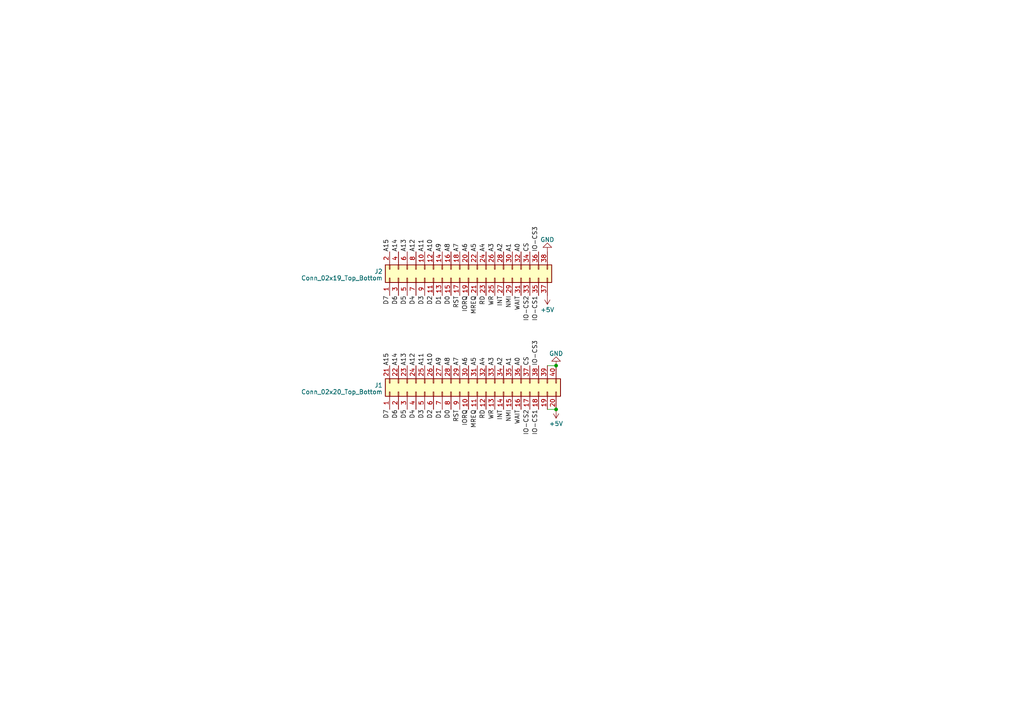
<source format=kicad_sch>
(kicad_sch (version 20230121) (generator eeschema)
  (paper "A4")
  (lib_symbols
    (symbol "Connector_Generic:Conn_02x19_Odd_Even" (pin_names (offset 1.016) hide)
      (property "Reference" "J" (at 1.27 25.4 0))
      (property "Value" "Conn_02x19_Odd_Even" (at 1.27 -25.4 0))
      (symbol "Conn_02x19_Odd_Even_1_1"
        (rectangle (start -1.27 -22.733) (end 0 -22.987) (stroke (width 0.1524)))
        (rectangle (start -1.27 -20.193) (end 0 -20.447) (stroke (width 0.1524)))
        (rectangle (start -1.27 -17.653) (end 0 -17.907) (stroke (width 0.1524)))
        (rectangle (start -1.27 -15.113) (end 0 -15.367) (stroke (width 0.1524)))
        (rectangle (start -1.27 -12.573) (end 0 -12.827) (stroke (width 0.1524)))
        (rectangle (start -1.27 -10.033) (end 0 -10.287) (stroke (width 0.1524)))
        (rectangle (start -1.27 -7.493) (end 0 -7.747) (stroke (width 0.1524)))
        (rectangle (start -1.27 -4.953) (end 0 -5.207) (stroke (width 0.1524)))
        (rectangle (start -1.27 -2.413) (end 0 -2.667) (stroke (width 0.1524)))
        (rectangle (start -1.27 0.127) (end 0 -0.127) (stroke (width 0.1524)))
        (rectangle (start -1.27 2.667) (end 0 2.413) (stroke (width 0.1524)))
        (rectangle (start -1.27 5.207) (end 0 4.953) (stroke (width 0.1524)))
        (rectangle (start -1.27 7.747) (end 0 7.493) (stroke (width 0.1524)))
        (rectangle (start -1.27 10.287) (end 0 10.033) (stroke (width 0.1524)))
        (rectangle (start -1.27 12.827) (end 0 12.573) (stroke (width 0.1524)))
        (rectangle (start -1.27 15.367) (end 0 15.113) (stroke (width 0.1524)))
        (rectangle (start -1.27 17.907) (end 0 17.653) (stroke (width 0.1524)))
        (rectangle (start -1.27 20.447) (end 0 20.193) (stroke (width 0.1524)))
        (rectangle (start -1.27 22.987) (end 0 22.733) (stroke (width 0.1524)))
        (rectangle (start -1.27 24.13) (end 3.81 -24.13) (stroke (width 0.254)) (fill (type background)))
        (rectangle (start 3.81 -22.733) (end 2.54 -22.987) (stroke (width 0.1524)))
        (rectangle (start 3.81 -20.193) (end 2.54 -20.447) (stroke (width 0.1524)))
        (rectangle (start 3.81 -17.653) (end 2.54 -17.907) (stroke (width 0.1524)))
        (rectangle (start 3.81 -15.113) (end 2.54 -15.367) (stroke (width 0.1524)))
        (rectangle (start 3.81 -12.573) (end 2.54 -12.827) (stroke (width 0.1524)))
        (rectangle (start 3.81 -10.033) (end 2.54 -10.287) (stroke (width 0.1524)))
        (rectangle (start 3.81 -7.493) (end 2.54 -7.747) (stroke (width 0.1524)))
        (rectangle (start 3.81 -4.953) (end 2.54 -5.207) (stroke (width 0.1524)))
        (rectangle (start 3.81 -2.413) (end 2.54 -2.667) (stroke (width 0.1524)))
        (rectangle (start 3.81 0.127) (end 2.54 -0.127) (stroke (width 0.1524)))
        (rectangle (start 3.81 2.667) (end 2.54 2.413) (stroke (width 0.1524)))
        (rectangle (start 3.81 5.207) (end 2.54 4.953) (stroke (width 0.1524)))
        (rectangle (start 3.81 7.747) (end 2.54 7.493) (stroke (width 0.1524)))
        (rectangle (start 3.81 10.287) (end 2.54 10.033) (stroke (width 0.1524)))
        (rectangle (start 3.81 12.827) (end 2.54 12.573) (stroke (width 0.1524)))
        (rectangle (start 3.81 15.367) (end 2.54 15.113) (stroke (width 0.1524)))
        (rectangle (start 3.81 17.907) (end 2.54 17.653) (stroke (width 0.1524)))
        (rectangle (start 3.81 20.447) (end 2.54 20.193) (stroke (width 0.1524)))
        (rectangle (start 3.81 22.987) (end 2.54 22.733) (stroke (width 0.1524)))
        (pin passive line (at -5.08 22.86 0) (length 3.81) (name "Pin_1") (number "1"))
        (pin passive line (at 7.62 12.7 180) (length 3.81) (name "Pin_10") (number "10"))
        (pin passive line (at -5.08 10.16 0) (length 3.81) (name "Pin_11") (number "11"))
        (pin passive line (at 7.62 10.16 180) (length 3.81) (name "Pin_12") (number "12"))
        (pin passive line (at -5.08 7.62 0) (length 3.81) (name "Pin_13") (number "13"))
        (pin passive line (at 7.62 7.62 180) (length 3.81) (name "Pin_14") (number "14"))
        (pin passive line (at -5.08 5.08 0) (length 3.81) (name "Pin_15") (number "15"))
        (pin passive line (at 7.62 5.08 180) (length 3.81) (name "Pin_16") (number "16"))
        (pin passive line (at -5.08 2.54 0) (length 3.81) (name "Pin_17") (number "17"))
        (pin passive line (at 7.62 2.54 180) (length 3.81) (name "Pin_18") (number "18"))
        (pin passive line (at -5.08 0 0) (length 3.81) (name "Pin_19") (number "19"))
        (pin passive line (at 7.62 22.86 180) (length 3.81) (name "Pin_2") (number "2"))
        (pin passive line (at 7.62 0 180) (length 3.81) (name "Pin_20") (number "20"))
        (pin passive line (at -5.08 -2.54 0) (length 3.81) (name "Pin_21") (number "21"))
        (pin passive line (at 7.62 -2.54 180) (length 3.81) (name "Pin_22") (number "22"))
        (pin passive line (at -5.08 -5.08 0) (length 3.81) (name "Pin_23") (number "23"))
        (pin passive line (at 7.62 -5.08 180) (length 3.81) (name "Pin_24") (number "24"))
        (pin passive line (at -5.08 -7.62 0) (length 3.81) (name "Pin_25") (number "25"))
        (pin passive line (at 7.62 -7.62 180) (length 3.81) (name "Pin_26") (number "26"))
        (pin passive line (at -5.08 -10.16 0) (length 3.81) (name "Pin_27") (number "27"))
        (pin passive line (at 7.62 -10.16 180) (length 3.81) (name "Pin_28") (number "28"))
        (pin passive line (at -5.08 -12.7 0) (length 3.81) (name "Pin_29") (number "29"))
        (pin passive line (at -5.08 20.32 0) (length 3.81) (name "Pin_3") (number "3"))
        (pin passive line (at 7.62 -12.7 180) (length 3.81) (name "Pin_30") (number "30"))
        (pin passive line (at -5.08 -15.24 0) (length 3.81) (name "Pin_31") (number "31"))
        (pin passive line (at 7.62 -15.24 180) (length 3.81) (name "Pin_32") (number "32"))
        (pin passive line (at -5.08 -17.78 0) (length 3.81) (name "Pin_33") (number "33"))
        (pin passive line (at 7.62 -17.78 180) (length 3.81) (name "Pin_34") (number "34"))
        (pin passive line (at -5.08 -20.32 0) (length 3.81) (name "Pin_35") (number "35"))
        (pin passive line (at 7.62 -20.32 180) (length 3.81) (name "Pin_36") (number "36"))
        (pin passive line (at -5.08 -22.86 0) (length 3.81) (name "Pin_37") (number "37"))
        (pin passive line (at 7.62 -22.86 180) (length 3.81) (name "Pin_38") (number "38"))
        (pin passive line (at 7.62 20.32 180) (length 3.81) (name "Pin_4") (number "4"))
        (pin passive line (at -5.08 17.78 0) (length 3.81) (name "Pin_5") (number "5"))
        (pin passive line (at 7.62 17.78 180) (length 3.81) (name "Pin_6") (number "6"))
        (pin passive line (at -5.08 15.24 0) (length 3.81) (name "Pin_7") (number "7"))
        (pin passive line (at 7.62 15.24 180) (length 3.81) (name "Pin_8") (number "8"))
        (pin passive line (at -5.08 12.7 0) (length 3.81) (name "Pin_9") (number "9"))
      )
    )
    (symbol "Connector_Generic:Conn_02x20_Top_Bottom" (pin_names (offset 1.016) hide)
      (property "Reference" "J" (at 1.27 25.4 0))
      (property "Value" "Conn_02x20_Top_Bottom" (at 1.27 -27.94 0))
      (symbol "Conn_02x20_Top_Bottom_1_1"
        (rectangle (start -1.27 -25.273) (end 0 -25.527) (stroke (width 0.1524)))
        (rectangle (start -1.27 -22.733) (end 0 -22.987) (stroke (width 0.1524)))
        (rectangle (start -1.27 -20.193) (end 0 -20.447) (stroke (width 0.1524)))
        (rectangle (start -1.27 -17.653) (end 0 -17.907) (stroke (width 0.1524)))
        (rectangle (start -1.27 -15.113) (end 0 -15.367) (stroke (width 0.1524)))
        (rectangle (start -1.27 -12.573) (end 0 -12.827) (stroke (width 0.1524)))
        (rectangle (start -1.27 -10.033) (end 0 -10.287) (stroke (width 0.1524)))
        (rectangle (start -1.27 -7.493) (end 0 -7.747) (stroke (width 0.1524)))
        (rectangle (start -1.27 -4.953) (end 0 -5.207) (stroke (width 0.1524)))
        (rectangle (start -1.27 -2.413) (end 0 -2.667) (stroke (width 0.1524)))
        (rectangle (start -1.27 0.127) (end 0 -0.127) (stroke (width 0.1524)))
        (rectangle (start -1.27 2.667) (end 0 2.413) (stroke (width 0.1524)))
        (rectangle (start -1.27 5.207) (end 0 4.953) (stroke (width 0.1524)))
        (rectangle (start -1.27 7.747) (end 0 7.493) (stroke (width 0.1524)))
        (rectangle (start -1.27 10.287) (end 0 10.033) (stroke (width 0.1524)))
        (rectangle (start -1.27 12.827) (end 0 12.573) (stroke (width 0.1524)))
        (rectangle (start -1.27 15.367) (end 0 15.113) (stroke (width 0.1524)))
        (rectangle (start -1.27 17.907) (end 0 17.653) (stroke (width 0.1524)))
        (rectangle (start -1.27 20.447) (end 0 20.193) (stroke (width 0.1524)))
        (rectangle (start -1.27 22.987) (end 0 22.733) (stroke (width 0.1524)))
        (rectangle (start -1.27 24.13) (end 3.81 -26.67) (stroke (width 0.254)) (fill (type background)))
        (rectangle (start 3.81 -25.273) (end 2.54 -25.527) (stroke (width 0.1524)))
        (rectangle (start 3.81 -22.733) (end 2.54 -22.987) (stroke (width 0.1524)))
        (rectangle (start 3.81 -20.193) (end 2.54 -20.447) (stroke (width 0.1524)))
        (rectangle (start 3.81 -17.653) (end 2.54 -17.907) (stroke (width 0.1524)))
        (rectangle (start 3.81 -15.113) (end 2.54 -15.367) (stroke (width 0.1524)))
        (rectangle (start 3.81 -12.573) (end 2.54 -12.827) (stroke (width 0.1524)))
        (rectangle (start 3.81 -10.033) (end 2.54 -10.287) (stroke (width 0.1524)))
        (rectangle (start 3.81 -7.493) (end 2.54 -7.747) (stroke (width 0.1524)))
        (rectangle (start 3.81 -4.953) (end 2.54 -5.207) (stroke (width 0.1524)))
        (rectangle (start 3.81 -2.413) (end 2.54 -2.667) (stroke (width 0.1524)))
        (rectangle (start 3.81 0.127) (end 2.54 -0.127) (stroke (width 0.1524)))
        (rectangle (start 3.81 2.667) (end 2.54 2.413) (stroke (width 0.1524)))
        (rectangle (start 3.81 5.207) (end 2.54 4.953) (stroke (width 0.1524)))
        (rectangle (start 3.81 7.747) (end 2.54 7.493) (stroke (width 0.1524)))
        (rectangle (start 3.81 10.287) (end 2.54 10.033) (stroke (width 0.1524)))
        (rectangle (start 3.81 12.827) (end 2.54 12.573) (stroke (width 0.1524)))
        (rectangle (start 3.81 15.367) (end 2.54 15.113) (stroke (width 0.1524)))
        (rectangle (start 3.81 17.907) (end 2.54 17.653) (stroke (width 0.1524)))
        (rectangle (start 3.81 20.447) (end 2.54 20.193) (stroke (width 0.1524)))
        (rectangle (start 3.81 22.987) (end 2.54 22.733) (stroke (width 0.1524)))
        (pin passive line (at -5.08 22.86 0) (length 3.81) (name "Pin_1") (number "1"))
        (pin passive line (at -5.08 0 0) (length 3.81) (name "Pin_10") (number "10"))
        (pin passive line (at -5.08 -2.54 0) (length 3.81) (name "Pin_11") (number "11"))
        (pin passive line (at -5.08 -5.08 0) (length 3.81) (name "Pin_12") (number "12"))
        (pin passive line (at -5.08 -7.62 0) (length 3.81) (name "Pin_13") (number "13"))
        (pin passive line (at -5.08 -10.16 0) (length 3.81) (name "Pin_14") (number "14"))
        (pin passive line (at -5.08 -12.7 0) (length 3.81) (name "Pin_15") (number "15"))
        (pin passive line (at -5.08 -15.24 0) (length 3.81) (name "Pin_16") (number "16"))
        (pin passive line (at -5.08 -17.78 0) (length 3.81) (name "Pin_17") (number "17"))
        (pin passive line (at -5.08 -20.32 0) (length 3.81) (name "Pin_18") (number "18"))
        (pin passive line (at -5.08 -22.86 0) (length 3.81) (name "Pin_19") (number "19"))
        (pin passive line (at -5.08 20.32 0) (length 3.81) (name "Pin_2") (number "2"))
        (pin passive line (at -5.08 -25.4 0) (length 3.81) (name "Pin_20") (number "20"))
        (pin passive line (at 7.62 22.86 180) (length 3.81) (name "Pin_21") (number "21"))
        (pin passive line (at 7.62 20.32 180) (length 3.81) (name "Pin_22") (number "22"))
        (pin passive line (at 7.62 17.78 180) (length 3.81) (name "Pin_23") (number "23"))
        (pin passive line (at 7.62 15.24 180) (length 3.81) (name "Pin_24") (number "24"))
        (pin passive line (at 7.62 12.7 180) (length 3.81) (name "Pin_25") (number "25"))
        (pin passive line (at 7.62 10.16 180) (length 3.81) (name "Pin_26") (number "26"))
        (pin passive line (at 7.62 7.62 180) (length 3.81) (name "Pin_27") (number "27"))
        (pin passive line (at 7.62 5.08 180) (length 3.81) (name "Pin_28") (number "28"))
        (pin passive line (at 7.62 2.54 180) (length 3.81) (name "Pin_29") (number "29"))
        (pin passive line (at -5.08 17.78 0) (length 3.81) (name "Pin_3") (number "3"))
        (pin passive line (at 7.62 0 180) (length 3.81) (name "Pin_30") (number "30"))
        (pin passive line (at 7.62 -2.54 180) (length 3.81) (name "Pin_31") (number "31"))
        (pin passive line (at 7.62 -5.08 180) (length 3.81) (name "Pin_32") (number "32"))
        (pin passive line (at 7.62 -7.62 180) (length 3.81) (name "Pin_33") (number "33"))
        (pin passive line (at 7.62 -10.16 180) (length 3.81) (name "Pin_34") (number "34"))
        (pin passive line (at 7.62 -12.7 180) (length 3.81) (name "Pin_35") (number "35"))
        (pin passive line (at 7.62 -15.24 180) (length 3.81) (name "Pin_36") (number "36"))
        (pin passive line (at 7.62 -17.78 180) (length 3.81) (name "Pin_37") (number "37"))
        (pin passive line (at 7.62 -20.32 180) (length 3.81) (name "Pin_38") (number "38"))
        (pin passive line (at 7.62 -22.86 180) (length 3.81) (name "Pin_39") (number "39"))
        (pin passive line (at -5.08 15.24 0) (length 3.81) (name "Pin_4") (number "4"))
        (pin passive line (at 7.62 -25.4 180) (length 3.81) (name "Pin_40") (number "40"))
        (pin passive line (at -5.08 12.7 0) (length 3.81) (name "Pin_5") (number "5"))
        (pin passive line (at -5.08 10.16 0) (length 3.81) (name "Pin_6") (number "6"))
        (pin passive line (at -5.08 7.62 0) (length 3.81) (name "Pin_7") (number "7"))
        (pin passive line (at -5.08 5.08 0) (length 3.81) (name "Pin_8") (number "8"))
        (pin passive line (at -5.08 2.54 0) (length 3.81) (name "Pin_9") (number "9"))
      )
    )
    (symbol "power:+5V" (power) (pin_names (offset 0))
      (property "Value" "+5V" (at 0 3.556 0))
      (symbol "+5V_0_1"
        (polyline (pts (xy -0.762 1.27) (xy 0 2.54)))
        (polyline (pts (xy 0 0) (xy 0 2.54)))
        (polyline (pts (xy 0 2.54) (xy 0.762 1.27)))
      )
      (symbol "+5V_1_1"
        (pin power_in line (at 0 0 90) (length 0) hide (name "+5V") (number "1"))
      )
    )
    (symbol "power:GND" (power) (pin_names (offset 0))
      (property "Value" "GND" (at 0 -3.81 0))
      (symbol "GND_0_1"
        (polyline (pts (xy 0 0) (xy 0 -1.27) (xy 1.27 -1.27) (xy 0 -2.54) (xy -1.27 -1.27) (xy 0 -1.27)))
      )
      (symbol "GND_1_1"
        (pin power_in line (at 0 0 270) (length 0) hide (name "GND") (number "1"))
      )
    )
  )
  (junction (at 161.29 118.745))
  (junction (at 161.29 106.045))
  (wire (pts (xy 158.75 118.745) (xy 161.29 118.745)))
  (wire (pts (xy 158.75 106.045) (xy 161.29 106.045)))
  (label "D3" (at 123.19 118.745 270))
  (label "IORQ" (at 135.89 118.745 270))
  (label "A6" (at 135.89 73.025 90))
  (label "D3" (at 123.19 85.725 270))
  (label "A1" (at 148.59 106.045 90))
  (label "A15" (at 113.03 73.025 90))
  (label "D5" (at 118.11 85.725 270))
  (label "MREQ" (at 138.43 118.745 270))
  (label "IORQ" (at 135.89 85.725 270))
  (label "NMI" (at 148.59 85.725 270))
  (label "IO-CS2" (at 153.67 118.745 270))
  (label "A7" (at 133.35 106.045 90))
  (label "D7" (at 113.03 118.745 270))
  (label "WR" (at 143.51 85.725 270))
  (label "A7" (at 133.35 73.025 90))
  (label "WR" (at 143.51 118.745 270))
  (label "A8" (at 130.81 106.045 90))
  (label "A0" (at 151.13 106.045 90))
  (label "A12" (at 120.65 73.025 90))
  (label "D5" (at 118.11 118.745 270))
  (label "CS" (at 153.67 73.025 90))
  (label "D0" (at 130.81 118.745 270))
  (label "IO-CS1" (at 156.21 85.725 270))
  (label "A14" (at 115.57 73.025 90))
  (label "D6" (at 115.57 85.725 270))
  (label "IO-CS3" (at 156.21 73.025 90))
  (label "D2" (at 125.73 85.725 270))
  (label "A5" (at 138.43 73.025 90))
  (label "D1" (at 128.27 118.745 270))
  (label "A8" (at 130.81 73.025 90))
  (label "A6" (at 135.89 106.045 90))
  (label "A14" (at 115.57 106.045 90))
  (label "A0" (at 151.13 73.025 90))
  (label "NMI" (at 148.59 118.745 270))
  (label "A9" (at 128.27 73.025 90))
  (label "D0" (at 130.81 85.725 270))
  (label "RST" (at 133.35 85.725 270))
  (label "INT" (at 146.05 118.745 270))
  (label "A10" (at 125.73 106.045 90))
  (label "A13" (at 118.11 73.025 90))
  (label "IO-CS1" (at 156.21 118.745 270))
  (label "D4" (at 120.65 118.745 270))
  (label "A3" (at 143.51 73.025 90))
  (label "A11" (at 123.19 73.025 90))
  (label "IO-CS2" (at 153.67 85.725 270))
  (label "A15" (at 113.03 106.045 90))
  (label "CS" (at 153.67 106.045 90))
  (label "A10" (at 125.73 73.025 90))
  (label "A12" (at 120.65 106.045 90))
  (label "WAIT" (at 151.13 118.745 270))
  (label "D2" (at 125.73 118.745 270))
  (label "A1" (at 148.59 73.025 90))
  (label "D7" (at 113.03 85.725 270))
  (label "A9" (at 128.27 106.045 90))
  (label "A11" (at 123.19 106.045 90))
  (label "IO-CS3" (at 156.21 106.045 90))
  (label "A2" (at 146.05 106.045 90))
  (label "INT" (at 146.05 85.725 270))
  (label "D1" (at 128.27 85.725 270))
  (label "A5" (at 138.43 106.045 90))
  (label "D4" (at 120.65 85.725 270))
  (label "A2" (at 146.05 73.025 90))
  (label "D6" (at 115.57 118.745 270))
  (label "A3" (at 143.51 106.045 90))
  (label "MREQ" (at 138.43 85.725 270))
  (label "RD" (at 140.97 85.725 270))
  (label "A4" (at 140.97 73.025 90))
  (label "A13" (at 118.11 106.045 90))
  (label "RST" (at 133.35 118.745 270))
  (label "A4" (at 140.97 106.045 90))
  (label "RD" (at 140.97 118.745 270))
  (label "WAIT" (at 151.13 85.725 270))
  (symbol (lib_id "power:+5V") (at 158.75 85.725 180) (unit 1)
    (property "Reference" "#PWR04" (effects hide))
    (property "Value" "+5V" (at 158.75 89.8605 0))
  )
  (symbol (lib_id "Connector_Generic:Conn_02x19_Odd_Even") (at 135.89 80.645 90) (unit 1)
    (property "Reference" "J2" (at 110.998 78.7313 90) (effects (justify left)))
    (property "Value" "Conn_02x19_Top_Bottom" (at 110.998 80.6523 90) (effects (justify left)))
    (property "Footprint" "Connector_PinHeader_2.00mm:PinHeader_2x19_P2.00mm_Vertical" (effects hide))
  )
  (symbol (lib_id "Connector_Generic:Conn_02x20_Top_Bottom") (at 135.89 113.665 90) (unit 1)
    (property "Reference" "J1" (at 110.998 111.7513 90) (effects (justify left)))
    (property "Value" "Conn_02x20_Top_Bottom" (at 110.998 113.6723 90) (effects (justify left)))
    (property "Footprint" "Connector_Edge:40-pin-edgeconnector" (effects hide))
  )
  (symbol (lib_id "power:GND") (at 161.29 106.045 180) (unit 1)
    (property "Reference" "#PWR02" (effects hide))
    (property "Value" "GND" (at 161.29 102.5431 0))
  )
  (symbol (lib_id "power:+5V") (at 161.29 118.745 180) (unit 1)
    (property "Reference" "#PWR01" (effects hide))
    (property "Value" "+5V" (at 161.29 122.8805 0))
  )
  (symbol (lib_id "power:GND") (at 158.75 73.025 180) (unit 1)
    (property "Reference" "#PWR03" (effects hide))
    (property "Value" "GND" (at 158.75 69.5231 0))
  )
)
</source>
